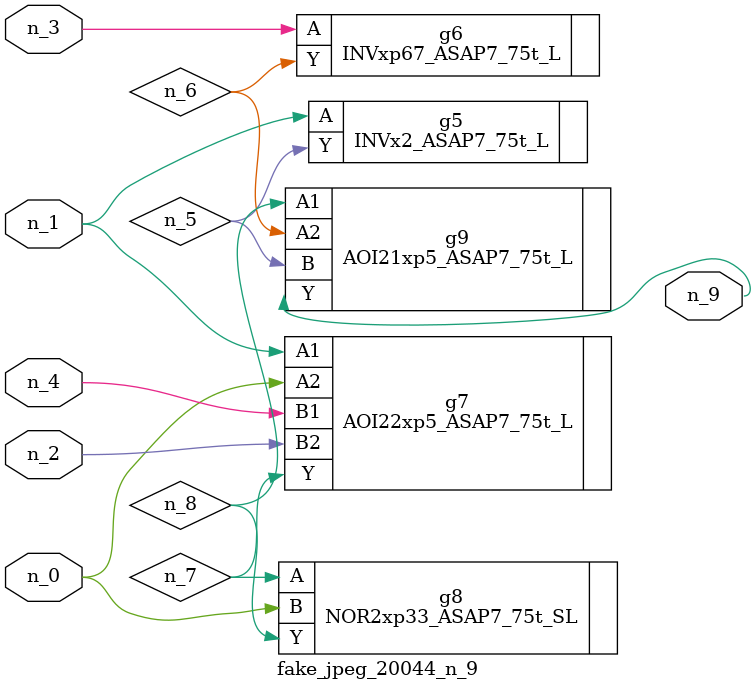
<source format=v>
module fake_jpeg_20044_n_9 (n_3, n_2, n_1, n_0, n_4, n_9);

input n_3;
input n_2;
input n_1;
input n_0;
input n_4;

output n_9;

wire n_8;
wire n_6;
wire n_5;
wire n_7;

INVx2_ASAP7_75t_L g5 ( 
.A(n_1),
.Y(n_5)
);

INVxp67_ASAP7_75t_L g6 ( 
.A(n_3),
.Y(n_6)
);

AOI22xp5_ASAP7_75t_L g7 ( 
.A1(n_1),
.A2(n_0),
.B1(n_4),
.B2(n_2),
.Y(n_7)
);

NOR2xp33_ASAP7_75t_SL g8 ( 
.A(n_7),
.B(n_0),
.Y(n_8)
);

AOI21xp5_ASAP7_75t_L g9 ( 
.A1(n_8),
.A2(n_6),
.B(n_5),
.Y(n_9)
);


endmodule
</source>
